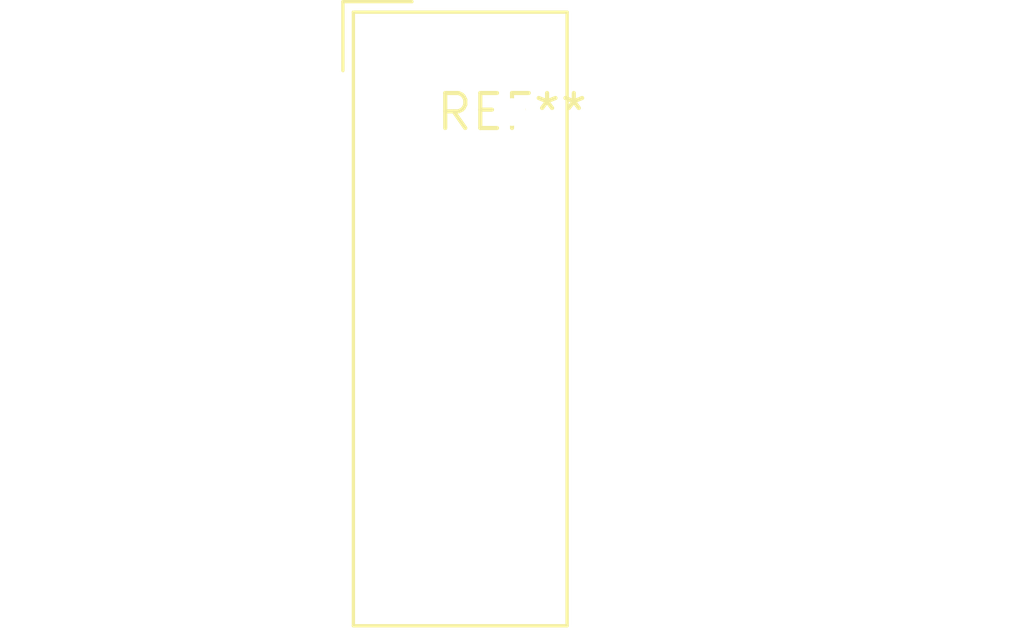
<source format=kicad_pcb>
(kicad_pcb (version 20240108) (generator pcbnew)
  (layers (0 "F.Cu" signal) (31 "B.Cu" signal) (34 "B.Paste" user) (35 "F.Paste" user) (36 "B.SilkS" user "B.Silkscreen") (37 "F.SilkS" user "F.Silkscreen") (38 "B.Mask" user) (39 "F.Mask" user) (44 "Edge.Cuts" user))
  (net 0 "")
  (footprint "Converter_DCDC_TRACO_TRI1-xxxx_THT" (layer "F.Cu") (at 0 0)
    (property "Reference" "REF**")
    (property "Value" "Converter_DCDC_TRACO_TRI1-xxxx_THT")
    (fp_line (start -6.125 -4) (end -3.625 -4) (layer "F.SilkS") (stroke (width 0.12)))
    (fp_line (start -6.125 -1.5) (end -6.125 -4) (layer "F.SilkS") (stroke (width 0.12)))
    (fp_line (start -5.745 -3.62) (end -5.745 18.62) (layer "F.SilkS") (stroke (width 0.12)))
    (fp_line (start -5.745 -3.62) (end 1.995 -3.62) (layer "F.SilkS") (stroke (width 0.12)))
    (fp_line (start -5.745 18.62) (end 1.995 18.62) (layer "F.SilkS") (stroke (width 0.12)))
    (fp_line (start 1.995 -3.62) (end 1.995 18.62) (layer "F.SilkS") (stroke (width 0.12)))
    (pad "1" thru_hole rect (at 0 0) (size 1.5 1.5) (drill 1) (layers *.Cu *.Mask) (remove_unused_layers))
    (pad "2" thru_hole circle (at 0 2.54) (size 1.5 1.5) (drill 1) (layers *.Cu *.Mask) (remove_unused_layers))
    (pad "6" thru_hole circle (at 0 12.7) (size 1.5 1.5) (drill 1) (layers *.Cu *.Mask) (remove_unused_layers))
    (pad "7" thru_hole circle (at 0 15.24) (size 1.5 1.5) (drill 1) (layers *.Cu *.Mask) (remove_unused_layers))
  )
)
</source>
